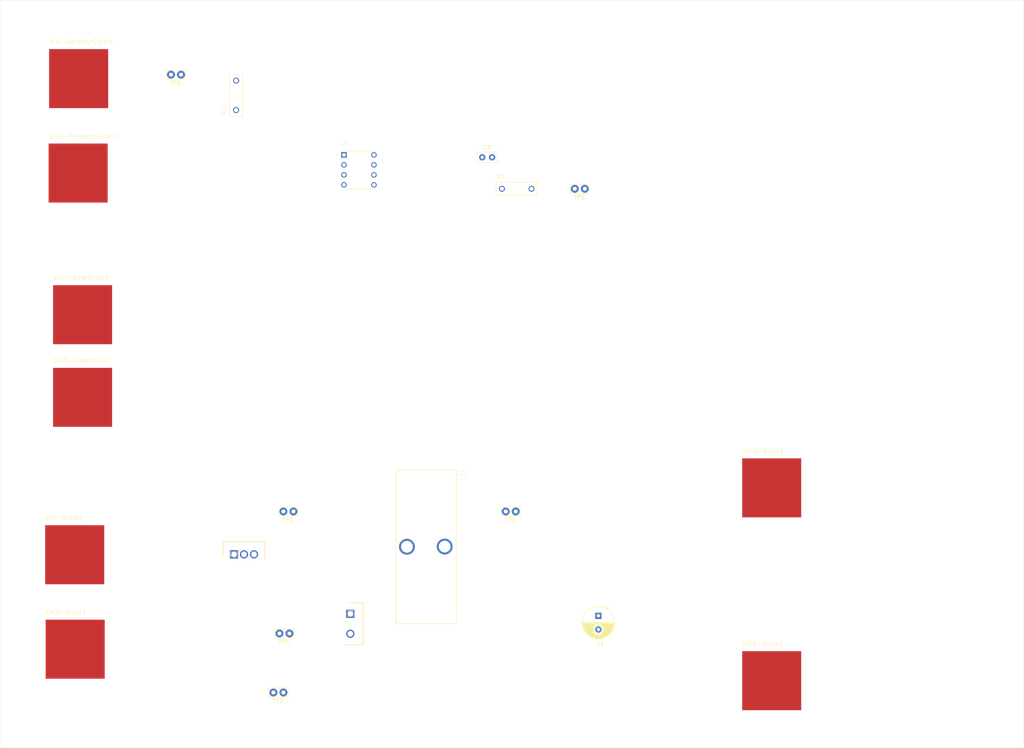
<source format=kicad_pcb>
(kicad_pcb (version 20240108) (generator "pcbnew") (generator_version "8.0")
  (layers (0 "F.Cu" signal) (31 "B.Cu" signal) (34 "B.Paste" user) (35 "F.Paste" user) (36 "B.SilkS" user "B.Silkscreen") (37 "F.SilkS" user "F.Silkscreen") (38 "B.Mask" user) (39 "F.Mask" user) (44 "Edge.Cuts" user))
  (net 0 "")
  (net 1 "GND")
  (net 2 "Net-(D1-K)")
  (net 3 "Net-(D1-A)")
  (net 4 "Net-(I1-P$2)")
  (net 5 "/DRIVE_SIGNAL")
  (net 6 "Net-(Q2-D)")
  (net 7 "Net-(R1-1)")
  (net 8 "Net-(R2-2)")
  (net 9 "Net-(R2-1)")
  (net 11 "15V")
  (footprint "Buck:SMD50" (layer "F.Cu") (at 99 140)
    (property "Reference" "GND-GateDrive1" (at 1.54 -7.67 0) (layer "F.SilkS") (effects (font (size 1.1684 1.1684) (thickness 0.1016)) (justify left bottom)))
    (property "Value" "~" (at 9.16 -7.67 0) (layer "F.SilkS") (effects (font (size 1.1684 1.1684) (thickness 0.1016)) (justify left bottom)))
    (pad "P$1" smd rect (at 9 1) (size 15 15) (layers "F.Cu" "F.Paste" "F.Mask") (net 1 "GND"))
  )
  (footprint "Buck:INDUTOR-NUCLEO-FERRITE" (layer "F.Cu") (at 185.25525 159.69 -90)
    (property "Reference" "I1" (at -0.206 -18.657665 -90) (layer "F.SilkS") (effects (font (size 1.1684 1.1684) (thickness 0.1016)) (justify left bottom)))
    (property "Value" "30uH")
    (fp_line (start -0.206 -2.334) (end -0.206 -17.676) (stroke (width 0.127)) (layer "F.SilkS"))
    (fp_line (start 38.826 -2.334) (end -0.206 -2.334) (stroke (width 0.127)) (layer "F.SilkS"))
    (fp_line (start -0.206 -17.676) (end 38.826 -17.676) (stroke (width 0.127)) (layer "F.SilkS"))
    (fp_line (start 38.826 -17.676) (end 38.826 -2.334) (stroke (width 0.127)) (layer "F.SilkS"))
    (pad "A1" thru_hole circle (at 19.28 -5.12 270) (size 4.016 4.016) (drill 3) (layers "*.Cu" "*.Mask") (net 2 "Net-(D1-K)"))
    (pad "A2" thru_hole circle (at 19.23 -14.7 270) (size 4.016 4.016) (drill 3) (layers "*.Cu" "*.Mask") (net 4 "Net-(I1-P$2)"))
  )
  (footprint "Buck:SMD50" (layer "F.Cu") (at 274 163)
    (property "Reference" "Vout-Buck1" (at 1.54 -7.67 0) (layer "F.SilkS") (effects (font (size 1.1684 1.1684) (thickness 0.1016)) (justify left bottom)))
    (property "Value" "~" (at 9.16 -7.67 0) (layer "F.SilkS") (effects (font (size 1.1684 1.1684) (thickness 0.1016)) (justify left bottom)))
    (pad "P$1" smd rect (at 9 1) (size 15 15) (layers "F.Cu" "F.Paste" "F.Mask") (net 4 "Net-(I1-P$2)"))
  )
  (footprint "Buck:THDRESISTOR-1_4W" (layer "F.Cu") (at 213.05 89.8)
    (property "Reference" "R1" (at 0.042 -4.279665 0) (layer "F.SilkS") (effects (font (size 1.1684 1.1684) (thickness 0.1016)) (justify left bottom)))
    (property "Value" "15ohm")
    (fp_line (start -0.058 -3.468) (end 10.458 -3.438) (stroke (width 0.127)) (layer "F.SilkS"))
    (fp_line (start -0.058 -0.142) (end -0.058 -3.468) (stroke (width 0.127)) (layer "F.SilkS"))
    (fp_line (start 10.458 -3.438) (end 10.458 -0.152) (stroke (width 0.127)) (layer "F.SilkS"))
    (fp_line (start 10.458 -0.152) (end -0.058 -0.142) (stroke (width 0.127)) (layer "F.SilkS"))
    (pad "P21" thru_hole circle (at 1.45 -1.8) (size 1.508 1.508) (drill 1) (layers "*.Cu" "*.Mask") (net 7 "Net-(R1-1)"))
    (pad "P22" thru_hole circle (at 8.95 -1.8) (size 1.508 1.508) (drill 1) (layers "*.Cu" "*.Mask") (net 5 "/DRIVE_SIGNAL"))
  )
  (footprint "Capacitor_THT:C_Disc_D5.0mm_W2.5mm_P2.50mm" (layer "F.Cu") (at 209.5 80)
    (property "Reference" "C2" (at 1.25 -2.5 0) (layer "F.SilkS"))
    (property "Value" "0.1uF")
    (fp_line (start -1.37 -1.37) (end -1.37 1.37) (stroke (width 0.12)) (layer "F.SilkS"))
    (fp_line (start -1.37 -1.37) (end 3.87 -1.37) (stroke (width 0.12)) (layer "F.SilkS"))
    (fp_line (start -1.37 1.37) (end 3.87 1.37) (stroke (width 0.12)) (layer "F.SilkS"))
    (fp_line (start 3.87 -1.37) (end 3.87 1.37) (stroke (width 0.12)) (layer "F.SilkS"))
    (pad "1" thru_hole circle (at 0 0) (size 1.6 1.6) (drill 0.8) (layers "*.Cu" "*.Mask") (net 11 "15V"))
    (pad "2" thru_hole circle (at 2.5 0) (size 1.6 1.6) (drill 0.8) (layers "*.Cu" "*.Mask") (net 1 "GND"))
  )
  (footprint "Buck:DIP762W65P254L9650H470Q8" (layer "F.Cu") (at 178.19 83.19)
    (property "Reference" "U1" (at -4.754 -6.075 0) (layer "F.SilkS") (effects (font (size 1.1684 1.1684) (thickness 0.1016)) (justify left bottom)))
    (property "Value" "HCPL-3180")
    (fp_line (start -3.175 -4.825) (end -3.175 -4.824) (stroke (width 0.127)) (layer "F.SilkS"))
    (fp_line (start -3.175 -4.825) (end 3.175 -4.825) (stroke (width 0.127)) (layer "F.SilkS"))
    (fp_line (start -3.175 4.825) (end -3.175 4.824) (stroke (width 0.127)) (layer "F.SilkS"))
    (fp_line (start -3.175 4.825) (end 3.175 4.825) (stroke (width 0.127)) (layer "F.SilkS"))
    (fp_line (start 3.175 -4.825) (end 3.175 -4.824) (stroke (width 0.127)) (layer "F.SilkS"))
    (fp_line (start 3.175 4.825) (end 3.175 4.824) (stroke (width 0.127)) (layer "F.SilkS"))
    (fp_circle (center -5.504 -3.81) (end -5.404 -3.81) (stroke (width 0.2)) (fill none) (layer "F.SilkS"))
    (pad "1" thru_hole rect (at -3.81 -3.81) (size 1.388 1.388) (drill 0.88) (layers "*.Cu" "*.Mask"))
    (pad "2" thru_hole circle (at -3.81 -1.27) (size 1.388 1.388) (drill 0.88) (layers "*.Cu" "*.Mask") (net 9 "Net-(R2-1)"))
    (pad "3" thru_hole circle (at -3.81 1.27) (size 1.388 1.388) (drill 0.88) (layers "*.Cu" "*.Mask") (net 1 "GND"))
    (pad "4" thru_hole circle (at -3.81 3.81) (size 1.388 1.388) (drill 0.88) (layers "*.Cu" "*.Mask"))
    (pad "5" thru_hole circle (at 3.81 3.81) (size 1.388 1.388) (drill 0.88) (layers "*.Cu" "*.Mask") (net 1 "GND"))
    (pad "6" thru_hole circle (at 3.81 1.27) (size 1.388 1.388) (drill 0.88) (layers "*.Cu" "*.Mask") (net 7 "Net-(R1-1)"))
    (pad "7" thru_hole circle (at 3.81 -1.27) (size 1.388 1.388) (drill 0.88) (layers "*.Cu" "*.Mask") (net 7 "Net-(R1-1)"))
    (pad "8" thru_hole circle (at 3.81 -3.81) (size 1.388 1.388) (drill 0.88) (layers "*.Cu" "*.Mask") (net 11 "15V"))
  )
  (footprint "TestPoint:TestPoint_Bridge_Pitch2.54mm_Drill1.0mm" (layer "F.Cu") (at 215.46 170)
    (property "Reference" "TP1" (at 1.1 2.1 0) (layer "F.SilkS"))
    (property "Value" "TestPoint_Alt")
    (fp_line (start -1.2 -1.2) (end -1.2 1.2) (stroke (width 0.12)) (layer "F.SilkS"))
    (fp_line (start -1.2 1.2) (end 3.7 1.2) (stroke (width 0.12)) (layer "F.SilkS"))
    (fp_line (start 3.7 -1.2) (end -1.2 -1.2) (stroke (width 0.12)) (layer "F.SilkS"))
    (fp_line (start 3.7 1.2) (end 3.7 -1.2) (stroke (width 0.12)) (layer "F.SilkS"))
    (pad "1" thru_hole circle (at 0 0) (size 2 2) (drill 1) (layers "*.Cu" "*.Mask") (net 4 "Net-(I1-P$2)"))
    (pad "1" thru_hole circle (at 2.54 0) (size 2 2) (drill 1) (layers "*.Cu" "*.Mask") (net 4 "Net-(I1-P$2)"))
  )
  (footprint "TestPoint:TestPoint_Bridge_Pitch2.54mm_Drill1.0mm" (layer "F.Cu") (at 158 201)
    (property "Reference" "TP4" (at 1.1 2.1 0) (layer "F.SilkS"))
    (property "Value" "TestPoint_Alt")
    (fp_line (start -1.2 -1.2) (end -1.2 1.2) (stroke (width 0.12)) (layer "F.SilkS"))
    (fp_line (start -1.2 1.2) (end 3.7 1.2) (stroke (width 0.12)) (layer "F.SilkS"))
    (fp_line (start 3.7 -1.2) (end -1.2 -1.2) (stroke (width 0.12)) (layer "F.SilkS"))
    (fp_line (start 3.7 1.2) (end 3.7 -1.2) (stroke (width 0.12)) (layer "F.SilkS"))
    (pad "1" thru_hole circle (at 0 0) (size 2 2) (drill 1) (layers "*.Cu" "*.Mask") (net 6 "Net-(Q2-D)"))
    (pad "1" thru_hole circle (at 2.54 0) (size 2 2) (drill 1) (layers "*.Cu" "*.Mask") (net 6 "Net-(Q2-D)"))
  )
  (footprint "Buck:SMD50" (layer "F.Cu") (at 99 119)
    (property "Reference" "VCC-GateDrive1" (at 1.54 -7.67 0) (layer "F.SilkS") (effects (font (size 1.1684 1.1684) (thickness 0.1016)) (justify left bottom)))
    (property "Value" "~" (at 9.16 -7.67 0) (layer "F.SilkS") (effects (font (size 1.1684 1.1684) (thickness 0.1016)) (justify left bottom)))
    (pad "P$1" smd rect (at 9 1) (size 15 15) (layers "F.Cu" "F.Paste" "F.Mask") (net 11 "15V"))
  )
  (footprint "TestPoint:TestPoint_Bridge_Pitch2.54mm_Drill1.0mm" (layer "F.Cu") (at 159 170)
    (property "Reference" "TP2" (at 1.1 2.1 0) (layer "F.SilkS"))
    (property "Value" "TestPoint_Alt")
    (fp_line (start -1.2 -1.2) (end -1.2 1.2) (stroke (width 0.12)) (layer "F.SilkS"))
    (fp_line (start -1.2 1.2) (end 3.7 1.2) (stroke (width 0.12)) (layer "F.SilkS"))
    (fp_line (start 3.7 -1.2) (end -1.2 -1.2) (stroke (width 0.12)) (layer "F.SilkS"))
    (fp_line (start 3.7 1.2) (end 3.7 -1.2) (stroke (width 0.12)) (layer "F.SilkS"))
    (pad "1" thru_hole circle (at 0 0) (size 2 2) (drill 1) (layers "*.Cu" "*.Mask") (net 2 "Net-(D1-K)"))
    (pad "1" thru_hole circle (at 2.54 0) (size 2 2) (drill 1) (layers "*.Cu" "*.Mask") (net 2 "Net-(D1-K)"))
  )
  (footprint "Buck:SMD50" (layer "F.Cu") (at 97 180)
    (property "Reference" "Vin-Buck1" (at 1.54 -7.67 0) (layer "F.SilkS") (effects (font (size 1.1684 1.1684) (thickness 0.1016)) (justify left bottom)))
    (property "Value" "~" (at 9.16 -7.67 0) (layer "F.SilkS") (effects (font (size 1.1684 1.1684) (thickness 0.1016)) (justify left bottom)))
    (pad "P$1" smd rect (at 9 1) (size 15 15) (layers "F.Cu" "F.Paste" "F.Mask") (net 6 "Net-(Q2-D)"))
  )
  (footprint "Buck:THDRESISTOR-1_4W" (layer "F.Cu") (at 148.8 69.45 90)
    (property "Reference" "R2" (at 0.042 -4.279665 90) (layer "F.SilkS") (effects (font (size 1.1684 1.1684) (thickness 0.1016)) (justify left bottom)))
    (property "Value" "270 ohm")
    (fp_line (start -0.058 -3.468) (end 10.458 -3.438) (stroke (width 0.127)) (layer "F.SilkS"))
    (fp_line (start 10.458 -3.438) (end 10.458 -0.152) (stroke (width 0.127)) (layer "F.SilkS"))
    (fp_line (start 10.458 -0.152) (end -0.058 -0.142) (stroke (width 0.127)) (layer "F.SilkS"))
    (fp_line (start -0.058 -0.142) (end -0.058 -3.468) (stroke (width 0.127)) (layer "F.SilkS"))
    (pad "P21" thru_hole circle (at 1.45 -1.8 90) (size 1.508 1.508) (drill 1) (layers "*.Cu" "*.Mask") (net 9 "Net-(R2-1)"))
    (pad "P22" thru_hole circle (at 8.95 -1.8 90) (size 1.508 1.508) (drill 1) (layers "*.Cu" "*.Mask") (net 8 "Net-(R2-2)"))
  )
  (footprint "Capacitor_THT:CP_Radial_D8.0mm_P3.50mm" (layer "F.Cu") (at 239 196.5 -90)
    (property "Reference" "C1" (at 7 -0.5 180) (layer "F.SilkS"))
    (property "Value" "83.33uF")
    (fp_line (start 2.471 1.04) (end 2.471 4.017) (stroke (width 0.12)) (layer "F.SilkS"))
    (fp_line (start 2.511 1.04) (end 2.511 4.01) (stroke (width 0.12)) (layer "F.SilkS"))
    (fp_line (start 2.551 1.04) (end 2.551 4.002) (stroke (width 0.12)) (layer "F.SilkS"))
    (fp_line (start 2.591 1.04) (end 2.591 3.994) (stroke (width 0.12)) (layer "F.SilkS"))
    (fp_line (start 2.631 1.04) (end 2.631 3.985) (stroke (width 0.12)) (layer "F.SilkS"))
    (fp_line (start 2.671 1.04) (end 2.671 3.976) (stroke (width 0.12)) (layer "F.SilkS"))
    (fp_line (start 2.711 1.04) (end 2.711 3.967) (stroke (width 0.12)) (layer "F.SilkS"))
    (fp_line (start 2.751 1.04) (end 2.751 3.957) (stroke (width 0.12)) (layer "F.SilkS"))
    (fp_line (start 2.791 1.04) (end 2.791 3.947) (stroke (width 0.12)) (layer "F.SilkS"))
    (fp_line (start 2.831 1.04) (end 2.831 3.936) (stroke (width 0.12)) (layer "F.SilkS"))
    (fp_line (start 2.871 1.04) (end 2.871 3.925) (stroke (width 0.12)) (layer "F.SilkS"))
    (fp_line (start 2.911 1.04) (end 2.911 3.914) (stroke (width 0.12)) (layer "F.SilkS"))
    (fp_line (start 2.951 1.04) (end 2.951 3.902) (stroke (width 0.12)) (layer "F.SilkS"))
    (fp_line (start 2.991 1.04) (end 2.991 3.889) (stroke (width 0.12)) (layer "F.SilkS"))
    (fp_line (start 3.031 1.04) (end 3.031 3.877) (stroke (width 0.12)) (layer "F.SilkS"))
    (fp_line (start 3.071 1.04) (end 3.071 3.863) (stroke (width 0.12)) (layer "F.SilkS"))
    (fp_line (start 3.111 1.04) (end 3.111 3.85) (stroke (width 0.12)) (layer "F.SilkS"))
    (fp_line (start 3.151 1.04) (end 3.151 3.835) (stroke (width 0.12)) (layer "F.SilkS"))
    (fp_line (start 3.191 1.04) (end 3.191 3.821) (stroke (width 0.12)) (layer "F.SilkS"))
    (fp_line (start 3.231 1.04) (end 3.231 3.805) (stroke (width 0.12)) (layer "F.SilkS"))
    (fp_line (start 3.271 1.04) (end 3.271 3.79) (stroke (width 0.12)) (layer "F.SilkS"))
    (fp_line (start 3.311 1.04) (end 3.311 3.774) (stroke (width 0.12)) (layer "F.SilkS"))
    (fp_line (start 3.351 1.04) (end 3.351 3.757) (stroke (width 0.12)) (layer "F.SilkS"))
    (fp_line (start 3.391 1.04) (end 3.391 3.74) (stroke (width 0.12)) (layer "F.SilkS"))
    (fp_line (start 3.431 1.04) (end 3.431 3.722) (stroke (width 0.12)) (layer "F.SilkS"))
    (fp_line (start 3.471 1.04) (end 3.471 3.704) (stroke (width 0.12)) (layer "F.SilkS"))
    (fp_line (start 3.511 1.04) (end 3.511 3.686) (stroke (width 0.12)) (layer "F.SilkS"))
    (fp_line (start 3.551 1.04) (end 3.551 3.666) (stroke (width 0.12)) (layer "F.SilkS"))
    (fp_line (start 3.591 1.04) (end 3.591 3.647) (stroke (width 0.12)) (layer "F.SilkS"))
    (fp_line (start 3.631 1.04) (end 3.631 3.627) (stroke (width 0.12)) (layer "F.SilkS"))
    (fp_line (start 3.671 1.04) (end 3.671 3.606) (stroke (width 0.12)) (layer "F.SilkS"))
    (fp_line (start 3.711 1.04) (end 3.711 3.584) (stroke (width 0.12)) (layer "F.SilkS"))
    (fp_line (start 3.751 1.04) (end 3.751 3.562) (stroke (width 0.12)) (layer "F.SilkS"))
    (fp_line (start 3.791 1.04) (end 3.791 3.54) (stroke (width 0.12)) (layer "F.SilkS"))
    (fp_line (start 3.831 1.04) (end 3.831 3.517) (stroke (width 0.12)) (layer "F.SilkS"))
    (fp_line (start 3.871 1.04) (end 3.871 3.493) (stroke (width 0.12)) (layer "F.SilkS"))
    (fp_line (start 3.911 1.04) (end 3.911 3.469) (stroke (width 0.12)) (layer "F.SilkS"))
    (fp_line (start 3.951 1.04) (end 3.951 3.444) (stroke (width 0.12)) (layer "F.SilkS"))
    (fp_line (start 3.991 1.04) (end 3.991 3.418) (stroke (width 0.12)) (layer "F.SilkS"))
    (fp_line (start 4.031 1.04) (end 4.031 3.392) (stroke (width 0.12)) (layer "F.SilkS"))
    (fp_line (start 4.071 1.04) (end 4.071 3.365) (stroke (width 0.12)) (layer "F.SilkS"))
    (fp_line (start 4.111 1.04) (end 4.111 3.338) (stroke (width 0.12)) (layer "F.SilkS"))
    (fp_line (start 4.151 1.04) (end 4.151 3.309) (stroke (width 0.12)) (layer "F.SilkS"))
    (fp_line (start 4.191 1.04) (end 4.191 3.28) (stroke (width 0.12)) (layer "F.SilkS"))
    (fp_line (start 4.231 1.04) (end 4.231 3.25) (stroke (width 0.12)) (layer "F.SilkS"))
    (fp_line (start 4.271 1.04) (end 4.271 3.22) (stroke (width 0.12)) (layer "F.SilkS"))
    (fp_line (start 4.311 1.04) (end 4.311 3.189) (stroke (width 0.12)) (layer "F.SilkS"))
    (fp_line (start 4.351 1.04) (end 4.351 3.156) (stroke (width 0.12)) (layer "F.SilkS"))
    (fp_line (start 4.391 1.04) (end 4.391 3.124) (stroke (width 0.12)) (layer "F.SilkS"))
    (fp_line (start 4.431 1.04) (end 4.431 3.09) (stroke (width 0.12)) (layer "F.SilkS"))
    (fp_line (start 4.471 1.04) (end 4.471 3.055) (stroke (width 0.12)) (layer "F.SilkS"))
    (fp_line (start 4.511 1.04) (end 4.511 3.019) (stroke (width 0.12)) (layer "F.SilkS"))
    (fp_line (start 5.831 -0.533) (end 5.831 0.533) (stroke (width 0.12)) (layer "F.SilkS"))
    (fp_line (start 5.791 -0.768) (end 5.791 0.768) (stroke (width 0.12)) (layer "F.SilkS"))
    (fp_line (start 5.751 -0.948) (end 5.751 0.948) (stroke (width 0.12)) (layer "F.SilkS"))
    (fp_line (start 5.711 -1.098) (end 5.711 1.098) (stroke (width 0.12)) (layer "F.SilkS"))
    (fp_line (start 5.671 -1.229) (end 5.671 1.229) (stroke (width 0.12)) (layer "F.SilkS"))
    (fp_line (start 5.631 -1.346) (end 5.631 1.346) (stroke (width 0.12)) (layer "F.SilkS"))
    (fp_line (start 5.591 -1.453) (end 5.591 1.453) (stroke (width 0.12)) (layer "F.SilkS"))
    (fp_line (start 5.551 -1.552) (end 5.551 1.552) (stroke (width 0.12)) (layer "F.SilkS"))
    (fp_line (start 5.511 -1.645) (end 5.511 1.645) (stroke (width 0.12)) (layer "F.SilkS"))
    (fp_line (start 5.471 -1.731) (end 5.471 1.731) (stroke (width 0.12)) (layer "F.SilkS"))
    (fp_line (start 5.431 -1.813) (end 5.431 1.813) (stroke (width 0.12)) (layer "F.SilkS"))
    (fp_line (start 5.391 -1.89) (end 5.391 1.89) (stroke (width 0.12)) (layer "F.SilkS"))
    (fp_line (start 5.351 -1.964) (end 5.351 1.964) (stroke (width 0.12)) (layer "F.SilkS"))
    (fp_line (start 5.311 -2.034) (end 5.311 2.034) (stroke (width 0.12)) (layer "F.SilkS"))
    (fp_line (start 5.271 -2.102) (end 5.271 2.102) (stroke (width 0.12)) (layer "F.SilkS"))
    (fp_line (start 5.231 -2.166) (end 5.231 2.166) (stroke (width 0.12)) (layer "F.SilkS"))
    (fp_line (start 5.191 -2.228) (end 5.191 2.228) (stroke (width 0.12)) (layer "F.SilkS"))
    (fp_line (start 5.151 -2.287) (end 5.151 2.287) (stroke (width 0.12)) (layer "F.SilkS"))
    (fp_line (start -2.659698 -2.315) (end -1.859698 -2.315) (stroke (width 0.12)) (layer "F.SilkS"))
    (fp_line (start 5.111 -2.345) (end 5.111 2.345) (stroke (width 0.12)) (layer "F.SilkS"))
    (fp_line (start 5.071 -2.4) (end 5.071 2.4) (stroke (width 0.12)) (layer "F.SilkS"))
    (fp_line (start 5.031 -2.454) (end 5.031 2.454) (stroke (width 0.12)) (layer "F.SilkS"))
    (fp_line (start 4.991 -2.505) (end 4.991 2.505) (stroke (width 0.12)) (layer "F.SilkS"))
    (fp_line (start 4.951 -2.556) (end 4.951 2.556) (stroke (width 0.12)) (layer "F.SilkS"))
    (fp_line (start 4.911 -2.604) (end 4.911 2.604) (stroke (width 0.12)) (layer "F.SilkS"))
    (fp_line (start 4.871 -2.651) (end 4.871 2.651) (stroke (width 0.12)) (layer "F.SilkS"))
    (fp_line (start 4.831 -2.697) (end 4.831 2.697) (stroke (width 0.12)) (layer "F.SilkS"))
    (fp_line (start -2.259698 -2.715) (end -2.259698 -1.915) (stroke (width 0.12)) (layer "F.SilkS"))
    (fp_line (start 4.791 -2.741) (end 4.791 2.741) (stroke (width 0.12)) (layer "F.SilkS"))
    (fp_line (start 4.751 -2.784) (end 4.751 2.784) (stroke (width 0.12)) (layer "F.SilkS"))
    (fp_line (start 4.711 -2.826) (end 4.711 2.826) (stroke (width 0.12)) (layer "F.SilkS"))
    (fp_line (start 4.671 -2.867) (end 4.671 2.867) (stroke (width 0.12)) (layer "F.SilkS"))
    (fp_line (start 4.631 -2.907) (end 4.631 2.907) (stroke (width 0.12)) (layer "F.SilkS"))
    (fp_line (start 4.591 -2.945) (end 4.591 2.945) (stroke (width 0.12)) (layer "F.SilkS"))
    (fp_line (start 4.551 -2.983) (end 4.551 2.983) (stroke (width 0.12)) (layer "F.SilkS"))
    (fp_line (start 4.511 -3.019) (end 4.511 -1.04) (stroke (width 0.12)) (layer "F.SilkS"))
    (fp_line (start 4.471 -3.055) (end 4.471 -1.04) (stroke (width 0.12)) (layer "F.SilkS"))
    (fp_line (start 4.431 -3.09) (end 4.431 -1.04) (stroke (width 0.12)) (layer "F.SilkS"))
    (fp_line (start 4.391 -3.124) (end 4.391 -1.04) (stroke (width 0.12)) (layer "F.SilkS"))
    (fp_line (start 4.351 -3.156) (end 4.351 -1.04) (stroke (width 0.12)) (layer "F.SilkS"))
    (fp_line (start 4.311 -3.189) (end 4.311 -1.04) (stroke (width 0.12)) (layer "F.SilkS"))
    (fp_line (start 4.271 -3.22) (end 4.271 -1.04) (stroke (width 0.12)) (layer "F.SilkS"))
    (fp_line (start 4.231 -3.25) (end 4.231 -1.04) (stroke (width 0.12)) (layer "F.SilkS"))
    (fp_line (start 4.191 -3.28) (end 4.191 -1.04) (stroke (width 0.12)) (layer "F.SilkS"))
    (fp_line (start 4.151 -3.309) (end 4.151 -1.04) (stroke (width 0.12)) (layer "F.SilkS"))
    (fp_line (start 4.111 -3.338) (end 4.111 -1.04) (stroke (width 0.12)) (layer "F.SilkS"))
    (fp_line (start 4.071 -3.365) (end 4.071 -1.04) (stroke (width 0.12)) (layer "F.SilkS"))
    (fp_line (start 4.031 -3.392) (end 4.031 -1.04) (stroke (width 0.12)) (layer "F.SilkS"))
    (fp_line (start 3.991 -3.418) (end 3.991 -1.04) (stroke (width 0.12)) (layer "F.SilkS"))
    (fp_line (start 3.951 -3.444) (end 3.951 -1.04) (stroke (width 0.12)) (layer "F.SilkS"))
    (fp_line (start 3.911 -3.469) (end 3.911 -1.04) (stroke (width 0.12)) (layer "F.SilkS"))
    (fp_line (start 3.871 -3.493) (end 3.871 -1.04) (stroke (width 0.12)) (layer "F.SilkS"))
    (fp_line (start 3.831 -3.517) (end 3.831 -1.04) (stroke (width 0.12)) (layer "F.SilkS"))
    (fp_line (start 3.791 -3.54) (end 3.791 -1.04) (stroke (width 0.12)) (layer "F.SilkS"))
    (fp_line (start 3.751 -3.562) (end 3.751 -1.04) (stroke (width 0.12)) (layer "F.SilkS"))
    (fp_line (start 3.711 -3.584) (end 3.711 -1.04) (stroke (width 0.12)) (layer "F.SilkS"))
    (fp_line (start 3.671 -3.606) (end 3.671 -1.04) (stroke (width 0.12)) (layer "F.SilkS"))
    (fp_line (start 3.631 -3.627) (end 3.631 -1.04) (stroke (width 0.12)) (layer "F.SilkS"))
    (fp_line (start 3.591 -3.647) (end 3.591 -1.04) (stroke (width 0.12)) (layer "F.SilkS"))
    (fp_line (start 3.551 -3.666) (end 3.551 -1.04) (stroke (width 0.12)) (layer "F.SilkS"))
    (fp_line (start 3.511 -3.686) (end 3.511 -1.04) (stroke (width 0.12)) (layer "F.SilkS"))
    (fp_line (start 3.471 -3.704) (end 3.471 -1.04) (stroke (width 0.12)) (layer "F.SilkS"))
    (fp_line (start 3.431 -3.722) (end 3.431 -1.04) (stroke (width 0.12)) (layer "F.SilkS"))
    (fp_line (start 3.391 -3.74) (end 3.391 -1.04) (stroke (width 0.12)) (layer "F.SilkS"))
    (fp_line (start 3.351 -3.757) (end 3.351 -1.04) (stroke (width 0.12)) (layer "F.SilkS"))
    (fp_line (start 3.311 -3.774) (end 3.311 -1.04) (stroke (width 0.12)) (layer "F.SilkS"))
    (fp_line (start 3.271 -3.79) (end 3.271 -1.04) (stroke (width 0.12)) (layer "F.SilkS"))
    (fp_line (start 3.231 -3.805) (end 3.231 -1.04) (stroke (width 0.12)) (layer "F.SilkS"))
    (fp_line (start 3.191 -3.821) (end 3.191 -1.04) (stroke (width 0.12)) (layer "F.SilkS"))
    (fp_line (start 3.151 -3.835) (end 3.151 -1.04) (stroke (width 0.12)) (layer "F.SilkS"))
    (fp_line (start 3.111 -3.85) (end 3.111 -1.04) (stroke (width 0.12)) (layer "F.SilkS"))
    (fp_line (start 3.071 -3.863) (end 3.071 -1.04) (stroke (width 0.12)) (layer "F.SilkS"))
    (fp_line (start 3.031 -3.877) (end 3.031 -1.04) (stroke (width 0.12)) (layer "F.SilkS"))
    (fp_line (start 2.991 -3.889) (end 2.991 -1.04) (stroke (width 0.12)) (layer "F.SilkS"))
    (fp_line (start 2.951 -3.902) (end 2.951 -1.04) (stroke (width 0.12)) (layer "F.SilkS"))
    (fp_line (start 2.911 -3.914) (end 2.911 -1.04) (stroke (width 0.12)) (layer "F.SilkS"))
    (fp_line (start 2.871 -3.925) (end 2.871 -1.04) (stroke (width 0.12)) (layer "F.SilkS"))
    (fp_line (start 2.831 -3.936) (end 2.831 -1.04) (stroke (width 0.12)) (layer "F.SilkS"))
    (fp_line (start 2.791 -3.947) (end 2.791 -1.04) (stroke (width 0.12)) (layer "F.SilkS"))
    (fp_line (start 2.751 -3.957) (end 2.751 -1.04) (stroke (width 0.12)) (layer "F.SilkS"))
    (fp_line (start 2.711 -3.967) (end 2.711 -1.04) (stroke (width 0.12)) (layer "F.SilkS"))
    (fp_line (start 2.671 -3.976) (end 2.671 -1.04) (stroke (width 0.12)) (layer "F.SilkS"))
    (fp_line (start 2.631 -3.985) (end 2.631 -1.04) (stroke (width 0.12)) (layer "F.SilkS"))
    (fp_line (start 2.591 -3.994) (end 2.591 -1.04) (stroke (width 0.12)) (layer "F.SilkS"))
    (fp_line (start 2.551 -4.002) (end 2.551 -1.04) (stroke (width 0.12)) (layer "F.SilkS"))
    (fp_line (start 2.511 -4.01) (end 2.511 -1.04) (stroke (width 0.12)) (layer "F.SilkS"))
    (fp_line (start 2.471 -4.017) (end 2.471 -1.04) (stroke (width 0.12)) (layer "F.SilkS"))
    (fp_line (start 2.43 -4.024) (end 2.43 4.024) (stroke (width 0.12)) (layer "F.SilkS"))
    (fp_line (start 2.39 -4.03) (end 2.39 4.03) (stroke (width 0.12)) (layer "F.SilkS"))
    (fp_line (start 2.35 -4.037) (end 2.35 4.037) (stroke (width 0.12)) (layer "F.SilkS"))
    (fp_line (start 2.31 -4.042) (end 2.31 4.042) (stroke (width 0.12)) (layer "F.SilkS"))
    (fp_line (start 2.27 -4.048) (end 2.27 4.048) (stroke (width 0.12)) (layer "F.SilkS"))
    (fp_line (start 2.23 -4.052) (end 2.23 4.052) (stroke (width 0.12)) (layer "F.SilkS"))
    (fp_line (start 2.19 -4.057) (end 2.19 4.057) (stroke (width 0.12)) (layer "F.SilkS"))
    (fp_line (start 2.15 -4.061) (end 2.15 4.061) (stroke (width 0.12)) (layer "F.SilkS"))
    (fp_line (start 2.11 -4.065) (end 2.11 4.065) (stroke (width 0.12)) (layer "F.SilkS"))
    (fp_line (start 2.07 -4.068) (end 2.07 4.068) (stroke (width 0.12)) (layer "F.SilkS"))
    (fp_line (start 2.03 -4.071) (end 2.03 4.071) (stroke (width 0.12)) (layer "F.SilkS"))
    (fp_line (start 1.99 -4.074) (end 1.99 4.074) (stroke (width 0.12)) (layer "F.SilkS"))
    (fp_line (start 1.95 -4.076) (end 1.95 4.076) (stroke (width 0.12)) (layer "F.SilkS"))
    (fp_line (start 1.91 -4.077) (end 1.91 4.077) (stroke (width 0.12)) (layer "F.SilkS"))
    (fp_line (start 1.87 -4.079) (end 1.87 4.079) (stroke (width 0.12)) (layer "F.SilkS"))
    (fp_line (start 1.75 -4.08) (end 1.75 4.08) (stroke (width 0.12)) (layer "F.SilkS"))
    (fp_line (start 1.79 -4.08) (end 1.79 4.08) (stroke (width 0.12)) (layer "F.SilkS"))
    (fp_line (start 1.83 -4.08) (end 1.83 4.08) (stroke (width 0.12)) (layer "F.SilkS"))
    (fp_circle (center 1.75 0) (end 5.87 0) (stroke (width 0.12)) (fill none) (layer "F.SilkS"))
    (pad "1" thru_hole rect (at 0 0 270) (size 1.6 1.6) (drill 0.8) (layers "*.Cu" "*.Mask") (net 4 "Net-(I1-P$2)"))
    (pad "2" thru_hole circle (at 3.5 0 270) (size 1.6 1.6) (drill 0.8) (layers "*.Cu" "*.Mask") (net 3 "Net-(D1-A)"))
  )
  (footprint "Buck:SMD50" (layer "F.Cu") (at 97.125 204)
    (property "Reference" "GND-Buck1" (at 1.54 -7.67 0) (layer "F.SilkS") (effects (font (size 1.1684 1.1684) (thickness 0.1016)) (justify left bottom)))
    (property "Value" "SMD50" (hide yes))
    (pad "P$1" smd rect (at 9 1) (size 15 15) (layers "F.Cu" "F.Paste" "F.Mask") (net 3 "Net-(D1-A)"))
  )
  (footprint "Buck:SMD50" (layer "F.Cu") (at 98 59)
    (property "Reference" "Vin-GeradorSinal1" (at 1.54 -7.67 0) (layer "F.SilkS") (effects (font (size 1.1684 1.1684) (thickness 0.1016)) (justify left bottom)))
    (property "Value" "~" (at 9.16 -7.67 0) (layer "F.SilkS") (effects (font (size 1.1684 1.1684) (thickness 0.1016)) (justify left bottom)))
    (pad "P$1" smd rect (at 9 1) (size 15 15) (layers "F.Cu" "F.Paste" "F.Mask") (net 8 "Net-(R2-2)"))
  )
  (footprint "TestPoint:TestPoint_Bridge_Pitch2.54mm_Drill1.0mm" (layer "F.Cu") (at 130.46 59)
    (property "Reference" "TP6" (at 1.1 2.1 0) (layer "F.SilkS"))
    (property "Value" "TestPoint_Alt")
    (fp_line (start -1.2 -1.2) (end -1.2 1.2) (stroke (width 0.12)) (layer "F.SilkS"))
    (fp_line (start -1.2 1.2) (end 3.7 1.2) (stroke (width 0.12)) (layer "F.SilkS"))
    (fp_line (start 3.7 -1.2) (end -1.2 -1.2) (stroke (width 0.12)) (layer "F.SilkS"))
    (fp_line (start 3.7 1.2) (end 3.7 -1.2) (stroke (width 0.12)) (layer "F.SilkS"))
    (pad "1" thru_hole circle (at 0 0) (size 2 2) (drill 1) (layers "*.Cu" "*.Mask") (net 8 "Net-(R2-2)"))
    (pad "1" thru_hole circle (at 2.54 0) (size 2 2) (drill 1) (layers "*.Cu" "*.Mask") (net 8 "Net-(R2-2)"))
  )
  (footprint "Buck:SMD50" (layer "F.Cu") (at 274 212)
    (property "Reference" "GND-Buck2" (at 1.54 -7.67 0) (layer "F.SilkS") (effects (font (size 1.1684 1.1684) (thickness 0.1016)) (justify left bottom)))
    (property "Value" "~" (at 9.16 -7.67 0) (layer "F.SilkS") (effects (font (size 1.1684 1.1684) (thickness 0.1016)) (justify left bottom)))
    (pad "P$1" smd rect (at 9 1) (size 15 15) (layers "F.Cu" "F.Paste" "F.Mask") (net 3 "Net-(D1-A)"))
  )
  (footprint "Buck:SMD50" (layer "F.Cu") (at 97.875 83)
    (property "Reference" "GND-GeradorSinal1" (at 1.54 -7.67 0) (layer "F.SilkS") (effects (font (size 1.1684 1.1684) (thickness 0.1016)) (justify left bottom)))
    (property "Value" "~" (at 9.16 -7.67 0) (layer "F.SilkS") (effects (font (size 1.1684 1.1684) (thickness 0.1016)) (justify left bottom)))
    (pad "P$1" smd rect (at 9 1) (size 15 15) (layers "F.Cu" "F.Paste" "F.Mask") (net 1 "GND"))
  )
  (footprint "TestPoint:TestPoint_Bridge_Pitch2.54mm_Drill1.0mm" (layer "F.Cu") (at 156.46 216)
    (property "Reference" "TP3" (at 1.1 2.1 0) (layer "F.SilkS"))
    (property "Value" "TestPoint_Alt")
    (fp_line (start -1.2 -1.2) (end -1.2 1.2) (stroke (width 0.12)) (layer "F.SilkS"))
    (fp_line (start -1.2 1.2) (end 3.7 1.2) (stroke (width 0.12)) (layer "F.SilkS"))
    (fp_line (start 3.7 -1.2) (end -1.2 -1.2) (stroke (width 0.12)) (layer "F.SilkS"))
    (fp_line (start 3.7 1.2) (end 3.7 -1.2) (stroke (width 0.12)) (layer "F.SilkS"))
    (pad "1" thru_hole circle (at 0 0) (size 2 2) (drill 1) (layers "*.Cu" "*.Mask") (net 3 "Net-(D1-A)"))
    (pad "1" thru_hole circle (at 2.54 0) (size 2 2) (drill 1) (layers "*.Cu" "*.Mask") (net 3 "Net-(D1-A)"))
  )
  (footprint "TestPoint:TestPoint_Bridge_Pitch2.54mm_Drill1.0mm" (layer "F.Cu") (at 233 88)
    (property "Reference" "TP5" (at 1.1 2.1 0) (layer "F.SilkS"))
    (property "Value" "TestPoint_Alt")
    (fp_line (start -1.2 -1.2) (end -1.2 1.2) (stroke (width 0.12)) (layer "F.SilkS"))
    (fp_line (start -1.2 1.2) (end 3.7 1.2) (stroke (width 0.12)) (layer "F.SilkS"))
    (fp_line (start 3.7 -1.2) (end -1.2 -1.2) (stroke (width 0.12)) (layer "F.SilkS"))
    (fp_line (start 3.7 1.2) (end 3.7 -1.2) (stroke (width 0.12)) (layer "F.SilkS"))
    (pad "1" thru_hole circle (at 0 0) (size 2 2) (drill 1) (layers "*.Cu" "*.Mask") (net 5 "/DRIVE_SIGNAL"))
    (pad "1" thru_hole circle (at 2.54 0) (size 2 2) (drill 1) (layers "*.Cu" "*.Mask") (net 5 "/DRIVE_SIGNAL"))
  )
  (footprint "Buck:TO254P465X1024X2050-3P" (layer "F.Cu") (at 146.46 180.9)
    (property "Reference" "Q2" (at 0 0 0) (layer "F.SilkS") (effects (font (size 1.1684 1.1684) (thickness 0.1016))))
    (property "Value" "IRFZ44")
    (fp_line (start -2.72 -3.225) (end -2.72 0) (stroke (width 0.2)) (layer "F.SilkS"))
    (fp_line (start 7.8 -3.225) (end -2.72 -3.225) (stroke (width 0.2)) (layer "F.SilkS"))
    (fp_line (start 7.8 1.425) (end 7.8 -3.225) (stroke (width 0.2)) (layer "F.SilkS"))
    (pad "1" thru_hole rect (at 0 0) (size 2.085 2.085) (drill 1.39) (layers "*.Cu" "*.Mask") (net 5 "/DRIVE_SIGNAL"))
    (pad "2" thru_hole circle (at 2.54 0) (size 2.085 2.085) (drill 1.39) (layers "*.Cu" "*.Mask") (net 6 "Net-(Q2-D)"))
    (pad "3" thru_hole circle (at 5.08 0) (size 2.085 2.085) (drill 1.39) (layers "*.Cu" "*.Mask") (net 2 "Net-(D1-K)"))
  )
  (footprint "Buck:TO508P480X1016X2261-2P" (layer "F.Cu") (at 176 196 -90)
    (property "Reference" "D1" (at 0 0 -90) (layer "F.SilkS") (effects (font (size 1.1684 1.1684) (thickness 0.1016))))
    (property "Value" "RHRP30120")
    (fp_line (start 7.875 1.575) (end 7.875 -3.225) (stroke (width 0.2)) (layer "F.SilkS"))
    (fp_line (start -2.795 -3.225) (end -2.795 0) (stroke (width 0.2)) (layer "F.SilkS"))
    (fp_line (start 7.875 -3.225) (end -2.795 -3.225) (stroke (width 0.2)) (layer "F.SilkS"))
    (pad "1" thru_hole rect (at 0 0 270) (size 2.085 2.085) (drill 1.39) (layers "*.Cu" "*.Mask") (net 2 "Net-(D1-K)"))
    (pad "2" thru_hole circle (at 5.08 0 270) (size 2.085 2.085) (drill 1.39) (layers "*.Cu" "*.Mask") (net 3 "Net-(D1-A)"))
  )
  (gr_line (start 87.055 230.05) (end 347.055 230.05) (stroke (width 0.05)) (layer "Edge.Cuts"))
  (gr_line (start 347.055 40.05) (end 87.055 40.05) (stroke (width 0.05)) (layer "Edge.Cuts"))
  (gr_line (start 347.055 230.05) (end 347.055 40.05) (stroke (width 0.05)) (layer "Edge.Cuts"))
  (gr_line (start 87.055 40.05) (end 87.055 230.05) (stroke (width 0.05)) (layer "Edge.Cuts"))
)
</source>
